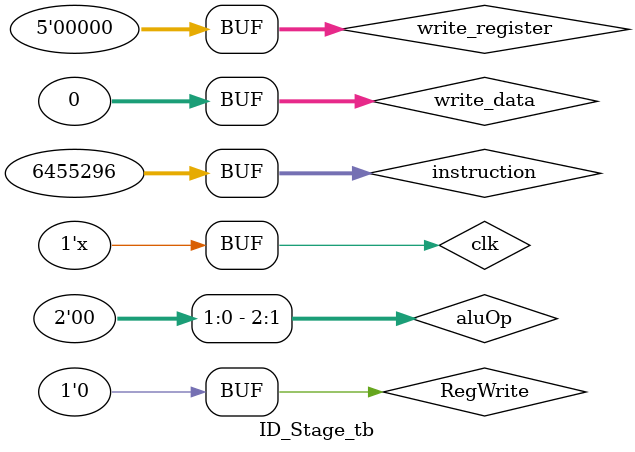
<source format=v>
module ID_Stage(
  input [31:0]instruction,
  input clk,
  input [4:0]write_register,
  input [31:0]write_data,
  output [31:0] read_data1,
  output [31:0] read_data2,
  
  //newly added
  input [31:0] IFID_NPC,
  output [31:0] IDEX_NPC,
  
  output  wire[31:0] sign_ext,
  output [4:0]IDEX_Rd,
  output [4:0]IDEX_Rt,
  output [31:0]jump_destination,
  //output [3:0] EX);*/
  output  RegDst,
  output  memToReg,
  output  aluSrc,
  output  jump,
  output  beq,
  output  bne,
  output  memRead,
  output  memWrite,
  input  RegWrite,
  output controlOut_RegWrite,
  output  [2:0] aluOp);
  
  
  
  
  
  Register_File reg_file(.clk(clk),.rd1_addr(instruction[25:21]),.rd1_data(read_data1),
                        .rd2_addr(instruction[20:16]),	.rd2_data(read_data2),	.wr_en(RegWrite),
                         .wr_addr(write_register),.wr_data(write_data) );
  Controller control(
  .opcode(instruction[31:26]),
  .regDst(RegDst),
  .jump(jump) ,
  .beq(beq),
  .bne(bne),
  .memRead(memRead),
  .memToReg(memToReg),
  .aluOp(aluOp),
  .memWrite(memWrite),
  .aluSrc(aluSrc),
  .regWrite(controlOut_RegWrite)
   );

  
  assign sign_ext= { {16{instruction[15]}}, instruction[15:0] }	;
  assign jump_destination={ {6{instruction[25]}}, instruction[25:0] }	;
  assign IDEX_NPC = IFID_NPC;
  assign IDEX_Rt = instruction[20:16];
  assign IDEX_Rd = instruction[15:11];
  
endmodule

 module ID_Stage_tb();
  reg clk;
  reg [31:0]instruction;
  
  reg [4:0]write_register;
  reg [31:0]write_data;
  wire [31:0]read_data1;
  wire [31:0]read_data2;
  
  wire[31:0] sign_ext;
  /*output [1:0]WB,
  output [2:0]M,
  output [3:0] EX);*/
  wire RegDst;
 
  wire  memToReg;
  wire  aluSrc;
  wire  jump;
  wire  beq;
  wire  bne;
  wire  memRead;
  wire  memWrite;
  reg  RegWrite;
  wire   controlOut_RegWrite;
  wire  [2:0] aluOp;
  ID_Stage ID(instruction,clk,write_register,write_data,read_data1,read_data2,sign_ext,RegDst,memToReg,aluSrc,jump,
beq,bne,memRead,memWrite,RegWrite,controlOut_RegWrite,aluOp);

   
     always #30 clk = ~clk;
    
   initial begin
     clk=0;
     write_register <= 5'b00010;
     write_data<= 32'b1000;
     RegWrite <= 1'b1;
 
    //#65 RegWrite <= 1'b0;
 
    #65 
    begin
    write_register  <= 5'b00011;
    write_data <= 32'b0101;
  end
 
    #65 
    begin
     RegWrite <= 1'b0;
    write_register<= 5'b00000;
    write_data <= 32'b0;
    instruction <=32'b00000000011000101000000000000000;
  end
end
   
endmodule

</source>
